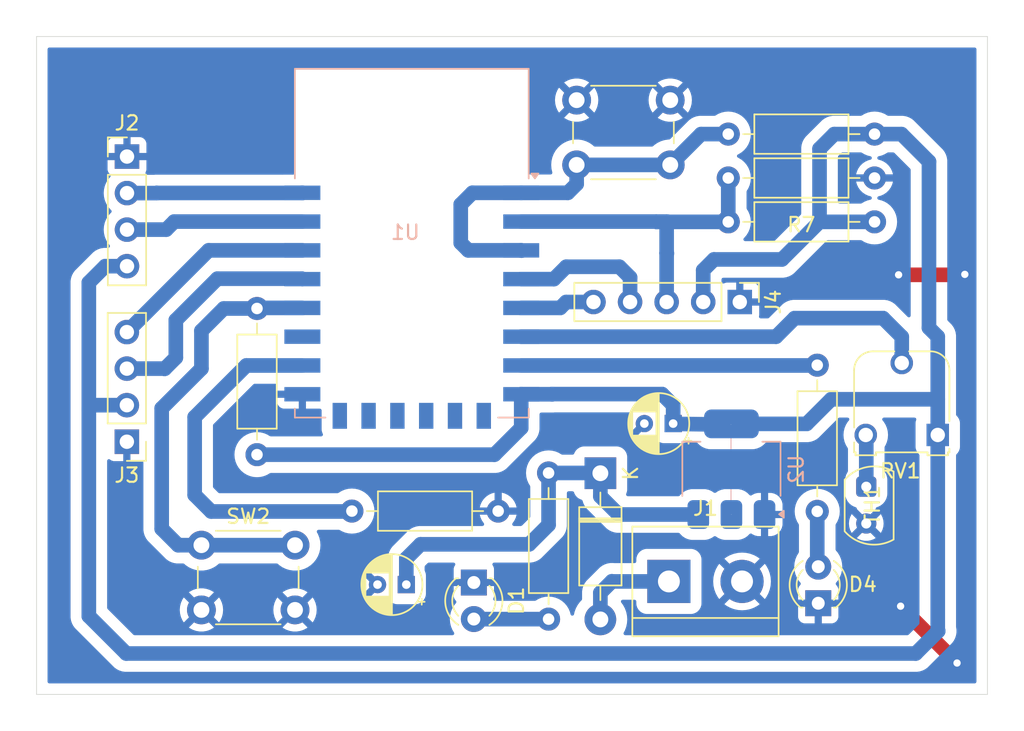
<source format=kicad_pcb>
(kicad_pcb (version 20240108) (generator "pcbnew") (generator_version "8.0")
  (layers (0 "F.Cu" signal) (31 "B.Cu" signal) (34 "B.Paste" user) (35 "F.Paste" user) (36 "B.SilkS" user "B.Silkscreen") (37 "F.SilkS" user "F.Silkscreen") (38 "B.Mask" user) (39 "F.Mask" user) (44 "Edge.Cuts" user))
  (net 0 "")
  (net 1 "GND")
  (net 2 "+3.3V")
  (net 3 "Net-(D2-K)")
  (net 4 "Net-(D1-A)")
  (net 5 "Net-(D2-A)")
  (net 6 "/LO+")
  (net 7 "Net-(D4-A)")
  (net 8 "/TXD")
  (net 9 "/RXD")
  (net 10 "/SDA")
  (net 11 "/SCL")
  (net 12 "Net-(SW1A-B)")
  (net 13 "Net-(U1-GPIO15)")
  (net 14 "Net-(SW2A-A)")
  (net 15 "/ecg_analog")
  (net 16 "Net-(U1-GPIO13)")
  (net 20 "/LO-")
  (net 22 "Net-(RV1-Pad3)")
  (net 26 "Net-(U1-GPIO12)")
  (footprint "Resistor_THT:R_Axial_DIN0207_L6.3mm_D2.5mm_P10.16mm_Horizontal" (layer "F.Cu") (at 175.04 55.04 180)
    (property "Reference" "R2" (hide yes))
    (property "Value" "10k")
    (pad "1" thru_hole circle (at 0 0 180) (size 1.6 1.6) (drill 0.8) (layers "*.Cu" "*.Mask") (net 2 "+3.3V"))
    (pad "2" thru_hole oval (at 10.16 0 180) (size 1.6 1.6) (drill 0.8) (layers "*.Cu" "*.Mask") (net 12 "Net-(SW1A-B)"))
  )
  (footprint "Resistor_THT:R_Axial_DIN0207_L6.3mm_D2.5mm_P10.16mm_Horizontal" (layer "F.Cu") (at 175.04 61.14 180)
    (property "Reference" "R7" (at 5.09 -0.2 180) (layer "F.SilkS"))
    (property "Value" "47k")
    (pad "1" thru_hole circle (at 0 0 180) (size 1.6 1.6) (drill 0.8) (layers "*.Cu" "*.Mask") (net 2 "+3.3V"))
    (pad "2" thru_hole oval (at 10.16 0 180) (size 1.6 1.6) (drill 0.8) (layers "*.Cu" "*.Mask") (net 15 "/ecg_analog"))
  )
  (footprint "Resistor_THT:R_Axial_DIN0207_L6.3mm_D2.5mm_P10.16mm_Horizontal" (layer "F.Cu") (at 171.06 81.26 90)
    (property "Reference" "R6" (hide yes))
    (property "Value" "100")
    (pad "1" thru_hole circle (at 0 0 90) (size 1.6 1.6) (drill 0.8) (layers "*.Cu" "*.Mask") (net 7 "Net-(D4-A)"))
    (pad "2" thru_hole oval (at 10.16 0 90) (size 1.6 1.6) (drill 0.8) (layers "*.Cu" "*.Mask") (net 16 "Net-(U1-GPIO13)"))
  )
  (footprint "Resistor_THT:R_Axial_DIN0207_L6.3mm_D2.5mm_P10.16mm_Horizontal" (layer "F.Cu") (at 132.15 77.32 90)
    (property "Reference" "R4" (hide yes))
    (property "Value" "10k")
    (pad "1" thru_hole circle (at 0 0 90) (size 1.6 1.6) (drill 0.8) (layers "*.Cu" "*.Mask") (net 2 "+3.3V"))
    (pad "2" thru_hole oval (at 10.16 0 90) (size 1.6 1.6) (drill 0.8) (layers "*.Cu" "*.Mask") (net 14 "Net-(SW2A-A)"))
  )
  (footprint "Diode_THT:D_DO-41_SOD81_P10.16mm_Horizontal" (layer "F.Cu") (at 155.9975 78.61 -90)
    (property "Reference" "D2" (hide yes))
    (property "Value" "1N4001")
    (fp_text user "K" (at 0 -2.1 90) (layer "F.SilkS"))
    (pad "1" thru_hole rect (at 0 0 270) (size 2.2 2.2) (drill 1.1) (layers "*.Cu" "*.Mask") (net 3 "Net-(D2-K)"))
    (pad "2" thru_hole oval (at 10.16 0 270) (size 2.2 2.2) (drill 1.1) (layers "*.Cu" "*.Mask") (net 5 "Net-(D2-A)"))
  )
  (footprint "OptoDevice:Osram_SFH225" (layer "F.Cu") (at 174.465 79.545 -90)
    (property "Reference" "TH1" (at 1.28 -0.43 -90) (layer "F.SilkS"))
    (property "Value" "Thermistor")
    (pad "1" thru_hole roundrect (at 0 0 270) (size 1.4 1.4) (drill 0.7) (layers "*.Cu" "*.Mask") (roundrect_rratio 0.178) (net 22 "Net-(RV1-Pad3)"))
    (pad "2" thru_hole circle (at 2.56 0 270) (size 1.4 1.4) (drill 0.7) (layers "*.Cu" "*.Mask") (net 1 "GND"))
  )
  (footprint "LED_THT:LED_D3.0mm_Clear" (layer "F.Cu") (at 147.21 86.205 -90)
    (property "Reference" "D1" (at 1.27 -2.96 90) (layer "F.SilkS"))
    (property "Value" "LED")
    (pad "1" thru_hole rect (at 0 0 270) (size 1.8 1.8) (drill 0.9) (layers "*.Cu" "*.Mask") (net 1 "GND"))
    (pad "2" thru_hole circle (at 2.54 0 270) (size 1.8 1.8) (drill 0.9) (layers "*.Cu" "*.Mask") (net 4 "Net-(D1-A)"))
  )
  (footprint "Resistor_THT:R_Axial_DIN0207_L6.3mm_D2.5mm_P10.16mm_Horizontal" (layer "F.Cu") (at 138.74 81.24)
    (property "Reference" "R3" (hide yes))
    (property "Value" "10k")
    (pad "1" thru_hole circle (at 0 0) (size 1.6 1.6) (drill 0.8) (layers "*.Cu" "*.Mask") (net 13 "Net-(U1-GPIO15)"))
    (pad "2" thru_hole oval (at 10.16 0) (size 1.6 1.6) (drill 0.8) (layers "*.Cu" "*.Mask") (net 1 "GND"))
  )
  (footprint "Resistor_THT:R_Axial_DIN0207_L6.3mm_D2.5mm_P10.16mm_Horizontal" (layer "F.Cu") (at 164.88 58.09)
    (property "Reference" "R5" (hide yes))
    (property "Value" "20k")
    (pad "1" thru_hole circle (at 0 0) (size 1.6 1.6) (drill 0.8) (layers "*.Cu" "*.Mask") (net 15 "/ecg_analog"))
    (pad "2" thru_hole oval (at 10.16 0) (size 1.6 1.6) (drill 0.8) (layers "*.Cu" "*.Mask") (net 1 "GND"))
  )
  (footprint "LED_THT:LED_D3.0mm_Clear" (layer "F.Cu") (at 171.13 87.645 90)
    (property "Reference" "D4" (at 1.305 3.09 0) (layer "F.SilkS"))
    (property "Value" "Red")
    (pad "1" thru_hole rect (at 0 0 90) (size 1.8 1.8) (drill 0.9) (layers "*.Cu" "*.Mask") (net 1 "GND"))
    (pad "2" thru_hole circle (at 2.54 0 90) (size 1.8 1.8) (drill 0.9) (layers "*.Cu" "*.Mask") (net 7 "Net-(D4-A)"))
  )
  (footprint "Connector_PinHeader_2.54mm:PinHeader_1x04_P2.54mm_Vertical" (layer "F.Cu") (at 123.12 56.6)
    (property "Reference" "J2" (at 0 -2.33 0) (layer "F.SilkS"))
    (property "Value" "Programer")
    (pad "1" thru_hole rect (at 0 0) (size 1.7 1.7) (drill 1) (layers "*.Cu" "*.Mask") (net 1 "GND"))
    (pad "2" thru_hole oval (at 0 2.54) (size 1.7 1.7) (drill 1) (layers "*.Cu" "*.Mask") (net 8 "/TXD"))
    (pad "3" thru_hole oval (at 0 5.08) (size 1.7 1.7) (drill 1) (layers "*.Cu" "*.Mask") (net 9 "/RXD"))
    (pad "4" thru_hole oval (at 0 7.62) (size 1.7 1.7) (drill 1) (layers "*.Cu" "*.Mask") (net 2 "+3.3V"))
  )
  (footprint "Resistor_THT:R_Axial_DIN0207_L6.3mm_D2.5mm_P10.16mm_Horizontal" (layer "F.Cu") (at 152.4 78.59 -90)
    (property "Reference" "R1" (hide yes))
    (property "Value" "200")
    (pad "1" thru_hole circle (at 0 0 270) (size 1.6 1.6) (drill 0.8) (layers "*.Cu" "*.Mask") (net 3 "Net-(D2-K)"))
    (pad "2" thru_hole oval (at 10.16 0 270) (size 1.6 1.6) (drill 0.8) (layers "*.Cu" "*.Mask") (net 4 "Net-(D1-A)"))
  )
  (footprint "TerminalBlock:TerminalBlock_bornier-2_P5.08mm" (layer "F.Cu") (at 160.7575 86.13)
    (property "Reference" "J1" (at 2.54 -5.08 0) (layer "F.SilkS"))
    (property "Value" "Power")
    (pad "1" thru_hole rect (at 0 0) (size 3 3) (drill 1.52) (layers "*.Cu" "*.Mask") (net 5 "Net-(D2-A)"))
    (pad "2" thru_hole circle (at 5.08 0) (size 3 3) (drill 1.52) (layers "*.Cu" "*.Mask") (net 1 "GND"))
  )
  (footprint "Potentiometer_THT:Potentiometer_Runtron_RM-065_Vertical" (layer "F.Cu") (at 179.43 75.95 180)
    (property "Reference" "RV1" (at 2.6 -2.5 180) (layer "F.SilkS"))
    (property "Value" "20k")
    (pad "1" thru_hole rect (at 0 0 180) (size 1.56 1.56) (drill 1) (layers "*.Cu" "*.Mask") (net 2 "+3.3V"))
    (pad "2" thru_hole circle (at 2.5 5 180) (size 1.56 1.56) (drill 1) (layers "*.Cu" "*.Mask") (net 26 "Net-(U1-GPIO12)"))
    (pad "3" thru_hole circle (at 5 0 180) (size 1.56 1.56) (drill 1) (layers "*.Cu" "*.Mask") (net 22 "Net-(RV1-Pad3)"))
  )
  (footprint "Capacitor_THT:CP_Radial_D4.0mm_P2.00mm" (layer "F.Cu") (at 142.52 86.35 180)
    (property "Reference" "C2" (hide yes))
    (property "Value" "100uF")
    (pad "1" thru_hole rect (at 0 0 180) (size 1.2 1.2) (drill 0.6) (layers "*.Cu" "*.Mask") (net 3 "Net-(D2-K)"))
    (pad "2" thru_hole circle (at 2 0 180) (size 1.2 1.2) (drill 0.6) (layers "*.Cu" "*.Mask") (net 1 "GND"))
  )
  (footprint "Connector_PinHeader_2.54mm:PinHeader_1x05_P2.54mm_Vertical" (layer "F.Cu") (at 165.68 66.71 -90)
    (property "Reference" "J4" (at 0 -2.33 90) (layer "F.SilkS"))
    (property "Value" "ECG sensor")
    (pad "1" thru_hole rect (at 0 0 270) (size 1.7 1.7) (drill 1) (layers "*.Cu" "*.Mask") (net 1 "GND"))
    (pad "2" thru_hole oval (at 0 2.54 270) (size 1.7 1.7) (drill 1) (layers "*.Cu" "*.Mask") (net 2 "+3.3V"))
    (pad "3" thru_hole oval (at 0 5.08 270) (size 1.7 1.7) (drill 1) (layers "*.Cu" "*.Mask") (net 15 "/ecg_analog"))
    (pad "4" thru_hole oval (at 0 7.62 270) (size 1.7 1.7) (drill 1) (layers "*.Cu" "*.Mask") (net 20 "/LO-"))
    (pad "5" thru_hole oval (at 0 10.16 270) (size 1.7 1.7) (drill 1) (layers "*.Cu" "*.Mask") (net 6 "/LO+"))
  )
  (footprint "Connector_PinHeader_2.54mm:PinHeader_1x04_P2.54mm_Vertical" (layer "F.Cu") (at 123.11 76.42 180)
    (property "Reference" "J3" (at 0 -2.33 180) (layer "F.SilkS"))
    (property "Value" "Heartrate sensor")
    (pad "1" thru_hole rect (at 0 0 180) (size 1.7 1.7) (drill 1) (layers "*.Cu" "*.Mask") (net 1 "GND"))
    (pad "2" thru_hole oval (at 0 2.54 180) (size 1.7 1.7) (drill 1) (layers "*.Cu" "*.Mask") (net 2 "+3.3V"))
    (pad "3" thru_hole oval (at 0 5.08 180) (size 1.7 1.7) (drill 1) (layers "*.Cu" "*.Mask") (net 10 "/SDA"))
    (pad "4" thru_hole oval (at 0 7.62 180) (size 1.7 1.7) (drill 1) (layers "*.Cu" "*.Mask") (net 11 "/SCL"))
  )
  (footprint "Button_Switch_THT:SW_PUSH_6mm" (layer "F.Cu") (at 128.29 83.61)
    (property "Reference" "SW2" (at 3.25 -2 0) (layer "F.SilkS"))
    (property "Value" "Mode")
    (pad "1" thru_hole circle (at 0 0 90) (size 2 2) (drill 1.1) (layers "*.Cu" "*.Mask") (net 14 "Net-(SW2A-A)"))
    (pad "1" thru_hole circle (at 6.5 0 90) (size 2 2) (drill 1.1) (layers "*.Cu" "*.Mask") (net 14 "Net-(SW2A-A)"))
    (pad "2" thru_hole circle (at 0 4.5 90) (size 2 2) (drill 1.1) (layers "*.Cu" "*.Mask") (net 1 "GND"))
    (pad "2" thru_hole circle (at 6.5 4.5 90) (size 2 2) (drill 1.1) (layers "*.Cu" "*.Mask") (net 1 "GND"))
  )
  (footprint "Button_Switch_THT:SW_PUSH_6mm" (layer "F.Cu") (at 154.35 52.68)
    (property "Reference" "SW1" (hide yes))
    (property "Value" "Reset")
    (pad "1" thru_hole circle (at 0 0 90) (size 2 2) (drill 1.1) (layers "*.Cu" "*.Mask") (net 1 "GND"))
    (pad "1" thru_hole circle (at 6.5 0 90) (size 2 2) (drill 1.1) (layers "*.Cu" "*.Mask") (net 1 "GND"))
    (pad "2" thru_hole circle (at 0 4.5 90) (size 2 2) (drill 1.1) (layers "*.Cu" "*.Mask") (net 12 "Net-(SW1A-B)"))
    (pad "2" thru_hole circle (at 6.5 4.5 90) (size 2 2) (drill 1.1) (layers "*.Cu" "*.Mask") (net 12 "Net-(SW1A-B)"))
  )
  (footprint "Capacitor_THT:CP_Radial_D4.0mm_P2.00mm" (layer "F.Cu") (at 161.0526 75.16 180)
    (property "Reference" "C1" (hide yes))
    (property "Value" "10uF")
    (pad "1" thru_hole rect (at 0 0 180) (size 1.2 1.2) (drill 0.6) (layers "*.Cu" "*.Mask") (net 2 "+3.3V"))
    (pad "2" thru_hole circle (at 2 0 180) (size 1.2 1.2) (drill 0.6) (layers "*.Cu" "*.Mask") (net 1 "GND"))
  )
  (footprint "Package_TO_SOT_SMD:SOT-223-3_TabPin2" (layer "B.Cu") (at 165.1 78.33 90)
    (property "Reference" "U2" (at 0 4.5 -90) (layer "B.SilkS") (effects (justify mirror)))
    (property "Value" "AMS1117-3.3")
    (pad "1" smd roundrect (at -3.15 2.3 90) (size 2 1.5) (layers "B.Cu" "B.Paste" "B.Mask") (net 1 "GND"))
    (pad "2" smd roundrect (at -3.15 0 90) (size 2 1.5) (layers "B.Cu" "B.Paste" "B.Mask") (net 2 "+3.3V"))
    (pad "2" smd roundrect (at 3.15 0 90) (size 2 3.8) (layers "B.Cu" "B.Paste" "B.Mask") (net 2 "+3.3V"))
    (pad "3" smd roundrect (at -3.15 -2.3 90) (size 2 1.5) (layers "B.Cu" "B.Paste" "B.Mask") (net 3 "Net-(D2-K)"))
  )
  (footprint "RF_Module:ESP-12E" (layer "B.Cu") (at 142.9 62.62 180)
    (property "Reference" "U1" (at 0.45 0.75 180) (layer "B.SilkS") (effects (justify mirror)))
    (property "Value" "ESP-12E")
    (pad "1" smd rect (at -7.6 3.5 180) (size 2.5 1) (layers "B.Cu" "B.Paste" "B.Mask") (net 12 "Net-(SW1A-B)"))
    (pad "2" smd rect (at -7.6 1.5 180) (size 2.5 1) (layers "B.Cu" "B.Paste" "B.Mask") (net 15 "/ecg_analog"))
    (pad "3" smd rect (at -7.6 -0.5 180) (size 2.5 1) (layers "B.Cu" "B.Paste" "B.Mask") (net 12 "Net-(SW1A-B)"))
    (pad "4" smd rect (at -7.6 -2.5 180) (size 2.5 1) (layers "B.Cu" "B.Paste" "B.Mask") (net 20 "/LO-"))
    (pad "5" smd rect (at -7.6 -4.5 180) (size 2.5 1) (layers "B.Cu" "B.Paste" "B.Mask") (net 6 "/LO+"))
    (pad "6" smd rect (at -7.6 -6.5 180) (size 2.5 1) (layers "B.Cu" "B.Paste" "B.Mask") (net 26 "Net-(U1-GPIO12)"))
    (pad "7" smd rect (at -7.6 -8.5 180) (size 2.5 1) (layers "B.Cu" "B.Paste" "B.Mask") (net 16 "Net-(U1-GPIO13)"))
    (pad "8" smd rect (at -7.6 -10.5 180) (size 2.5 1) (layers "B.Cu" "B.Paste" "B.Mask") (net 2 "+3.3V"))
    (pad "9" smd rect (at -5 -12 180) (size 1 1.8) (layers "B.Cu" "B.Paste" "B.Mask"))
    (pad "10" smd rect (at -3 -12 180) (size 1 1.8) (layers "B.Cu" "B.Paste" "B.Mask"))
    (pad "11" smd rect (at -1 -12 180) (size 1 1.8) (layers "B.Cu" "B.Paste" "B.Mask"))
    (pad "12" smd rect (at 1 -12 180) (size 1 1.8) (layers "B.Cu" "B.Paste" "B.Mask"))
    (pad "13" smd rect (at 3 -12 180) (size 1 1.8) (layers "B.Cu" "B.Paste" "B.Mask"))
    (pad "14" smd rect (at 5 -12 180) (size 1 1.8) (layers "B.Cu" "B.Paste" "B.Mask"))
    (pad "15" smd rect (at 7.6 -10.5 180) (size 2.5 1) (layers "B.Cu" "B.Paste" "B.Mask") (net 1 "GND"))
    (pad "16" smd rect (at 7.6 -8.5 180) (size 2.5 1) (layers "B.Cu" "B.Paste" "B.Mask") (net 13 "Net-(U1-GPIO15)"))
    (pad "17" smd rect (at 7.6 -6.5 180) (size 2.5 1) (layers "B.Cu" "B.Paste" "B.Mask"))
    (pad "18" smd rect (at 7.6 -4.5 180) (size 2.5 1) (layers "B.Cu" "B.Paste" "B.Mask") (net 14 "Net-(SW2A-A)"))
    (pad "19" smd rect (at 7.6 -2.5 180) (size 2.5 1) (layers "B.Cu" "B.Paste" "B.Mask") (net 10 "/SDA"))
    (pad "20" smd rect (at 7.6 -0.5 180) (size 2.5 1) (layers "B.Cu" "B.Paste" "B.Mask") (net 11 "/SCL"))
    (pad "21" smd rect (at 7.6 1.5 180) (size 2.5 1) (layers "B.Cu" "B.Paste" "B.Mask") (net 9 "/RXD"))
    (pad "22" smd rect (at 7.6 3.5 180) (size 2.5 1) (layers "B.Cu" "B.Paste" "B.Mask") (net 8 "/TXD"))
    (zone (net 0) (net_name "") (layers "*.Cu") (connect_pads (clearance 0)) (min_thickness 0.254)
      (keepout (tracks not_allowed) (vias not_allowed) (pads not_allowed) (copperpour not_allowed) (footprints not_allowed))
      (fill (thermal_gap 0.508) (thermal_bridge_width 0.508))
      (polygon (pts (xy 151.02 57.82) (xy 134.78 57.82) (xy 134.78 50.5) (xy 151.02 50.5)))
    )
  )
  (gr_line (start 116.84 93.98) (end 116.84 48.26) (stroke (width 0.05)) (layer "Edge.Cuts"))
  (gr_line (start 182.88 48.26) (end 182.88 93.98) (stroke (width 0.05)) (layer "Edge.Cuts"))
  (gr_line (start 116.84 48.26) (end 182.88 48.26) (stroke (width 0.05)) (layer "Edge.Cuts"))
  (gr_line (start 182.88 93.98) (end 116.84 93.98) (stroke (width 0.05)) (layer "Edge.Cuts"))
  (segment (start 176.71 64.82) (end 181.28 64.82) (width 1.016) (layer "F.Cu") (net 1))
  (segment (start 181.28 64.82) (end 181.31 64.79) (width 1.016) (layer "F.Cu") (net 1))
  (segment (start 176.85 87.85) (end 176.85 87.88) (width 1.016) (layer "F.Cu") (net 1))
  (segment (start 176.85 87.88) (end 180.77 91.8) (width 1.016) (layer "F.Cu") (net 1))
  (via (at 181.31 64.79) (size 1.524) (drill 0.508) (layers "F.Cu" "B.Cu") (net 1))
  (via (at 180.77 91.8) (size 1.524) (drill 0.508) (layers "F.Cu" "B.Cu") (net 1))
  (via (at 176.71 64.82) (size 1.524) (drill 0.508) (layers "F.Cu" "B.Cu") (net 1))
  (via (at 176.85 87.85) (size 1.524) (drill 0.508) (layers "F.Cu" "B.Cu") (net 1))
  (segment (start 165.1 81.48) (end 165.07 81.45) (width 0.0254) (layer "F.Cu") (net 2))
  (segment (start 165.07 81.45) (end 165.07 75.23) (width 0.0254) (layer "F.Cu") (net 2))
  (via (at 165.07 75.23) (size 0.0508) (drill 0.0254) (layers "F.Cu" "B.Cu") (net 2))
  (via (at 165.1 81.48) (size 0.0508) (drill 0.0254) (layers "F.Cu" "B.Cu") (net 2))
  (segment (start 163.14 66.71) (end 163.14 64.5) (width 1.016) (layer "B.Cu") (net 2))
  (segment (start 171.22 61.14) (end 175.04 61.14) (width 1.016) (layer "B.Cu") (net 2))
  (segment (start 163.89 63.75) (end 168.61 63.75) (width 1.016) (layer "B.Cu") (net 2))
  (segment (start 168.61 63.75) (end 171.22 61.14) (width 1.016) (layer "B.Cu") (net 2))
  (segment (start 120.47 65.36) (end 120.47 74.17) (width 1.016) (layer "B.Cu") (net 2))
  (segment (start 148.64 77.32) (end 150.5 75.46) (width 1.016) (layer "B.Cu") (net 2))
  (segment (start 123.12 64.22) (end 121.61 64.22) (width 1.016) (layer "B.Cu") (net 2))
  (segment (start 176.91 55.04) (end 175.04 55.04) (width 1.016) (layer "B.Cu") (net 2))
  (segment (start 178.82 56.95) (end 176.91 55.04) (width 1.016) (layer "B.Cu") (net 2))
  (segment (start 161.0726 75.18) (end 161.0526 75.16) (width 1.016) (layer "B.Cu") (net 2))
  (segment (start 160.28 73.11) (end 152.66 73.11) (width 1.016) (layer "B.Cu") (net 2))
  (segment (start 120.76 73.88) (end 123.11 73.88) (width 1.016) (layer "B.Cu") (net 2))
  (segment (start 179.43 75.95) (end 179.43 69.115528) (width 1.016) (layer "B.Cu") (net 2))
  (segment (start 165.1 75.18) (end 165.07 75.23) (width 1.016) (layer "B.Cu") (net 2))
  (segment (start 165.1 75.18) (end 170.32 75.18) (width 1.016) (layer "B.Cu") (net 2))
  (segment (start 152.66 73.11) (end 152.65 73.12) (width 1.016) (layer "B.Cu") (net 2))
  (segment (start 163.14 64.5) (end 163.89 63.75) (width 1.016) (layer "B.Cu") (net 2))
  (segment (start 179.43 69.115528) (end 178.82 68.505528) (width 1.016) (layer "B.Cu") (net 2))
  (segment (start 177.9 91.14) (end 179.46 89.58) (width 1.016) (layer "B.Cu") (net 2))
  (segment (start 123.07 91.14) (end 177.9 91.14) (width 1.016) (layer "B.Cu") (net 2))
  (segment (start 179.46 89.58) (end 179.43 89.55) (width 1.016) (layer "B.Cu") (net 2))
  (segment (start 132.15 77.32) (end 148.64 77.32) (width 1.016) (layer "B.Cu") (net 2))
  (segment (start 175.04 55.04) (end 172.24 55.04) (width 1.016) (layer "B.Cu") (net 2))
  (segment (start 179.42 73.47) (end 179.43 73.46) (width 1.016) (layer "B.Cu") (net 2))
  (segment (start 165.07 75.23) (end 161.0726 75.18) (width 1.016) (layer "B.Cu") (net 2))
  (segment (start 150.5 75.46) (end 150.5 73.12) (width 1.016) (layer "B.Cu") (net 2))
  (segment (start 120.47 74.17) (end 120.76 73.88) (width 1.016) (layer "B.Cu") (net 2))
  (segment (start 161.0526 73.8826) (end 160.28 73.11) (width 1.016) (layer "B.Cu") (net 2))
  (segment (start 171.22 56.06) (end 171.22 61.14) (width 1.016) (layer "B.Cu") (net 2))
  (segment (start 152.65 73.12) (end 150.5 73.12) (width 1.016) (layer "B.Cu") (net 2))
  (segment (start 170.32 75.18) (end 172.03 73.47) (width 1.016) (layer "B.Cu") (net 2))
  (segment (start 121.61 64.22) (end 120.47 65.36) (width 1.016) (layer "B.Cu") (net 2))
  (segment (start 179.43 89.55) (end 179.43 75.95) (width 1.016) (layer "B.Cu") (net 2))
  (segment (start 178.82 68.505528) (end 178.82 56.95) (width 1.016) (layer "B.Cu") (net 2))
  (segment (start 120.47 88.54) (end 123.07 91.14) (width 1.016) (layer "B.Cu") (net 2))
  (segment (start 172.24 55.04) (end 171.22 56.06) (width 1.016) (layer "B.Cu") (net 2))
  (segment (start 120.47 74.17) (end 120.47 88.54) (width 1.016) (layer "B.Cu") (net 2))
  (segment (start 161.0526 75.16) (end 161.0526 73.8826) (width 1.016) (layer "B.Cu") (net 2))
  (segment (start 172.03 73.47) (end 179.42 73.47) (width 1.016) (layer "B.Cu") (net 2))
  (segment (start 151.05 83.55) (end 143.51 83.55) (width 1.016) (layer "B.Cu") (net 3))
  (segment (start 152.4 78.59) (end 152.4 82.2) (width 1.016) (layer "B.Cu") (net 3))
  (segment (start 157.26 81.48) (end 162.8 81.48) (width 1.016) (layer "B.Cu") (net 3))
  (segment (start 155.9975 80.2175) (end 157.26 81.48) (width 1.016) (layer "B.Cu") (net 3))
  (segment (start 155.9975 78.61) (end 155.9975 80.2175) (width 1.016) (layer "B.Cu") (net 3))
  (segment (start 156.0526 78.5549) (end 155.9975 78.61) (width 1.016) (layer "B.Cu") (net 3))
  (segment (start 155.9775 78.59) (end 155.9975 78.61) (width 1.016) (layer "B.Cu") (net 3))
  (segment (start 152.4 78.59) (end 155.9775 78.59) (width 1.016) (layer "B.Cu") (net 3))
  (segment (start 143.51 83.55) (end 142.52 84.54) (width 1.016) (layer "B.Cu") (net 3))
  (segment (start 152.4 82.2) (end 151.05 83.55) (width 1.016) (layer "B.Cu") (net 3))
  (segment (start 142.52 84.54) (end 142.52 86.35) (width 1.016) (layer "B.Cu") (net 3))
  (segment (start 147.215 88.75) (end 147.21 88.745) (width 1.016) (layer "B.Cu") (net 4))
  (segment (start 152.4 88.75) (end 147.215 88.75) (width 1.016) (layer "B.Cu") (net 4))
  (segment (start 156.81 86.13) (end 160.7575 86.13) (width 1.016) (layer "B.Cu") (net 5))
  (segment (start 155.9975 86.9225) (end 156.8 86.12) (width 1.016) (layer "B.Cu") (net 5))
  (segment (start 155.9975 88.77) (end 155.9975 86.9225) (width 1.016) (layer "B.Cu") (net 5))
  (segment (start 156.8 86.12) (end 156.81 86.13) (width 1.016) (layer "B.Cu") (net 5))
  (segment (start 153.21 67.12) (end 153.62 66.71) (width 1.016) (layer "B.Cu") (net 6))
  (segment (start 150.5 67.12) (end 153.21 67.12) (width 1.016) (layer "B.Cu") (net 6))
  (segment (start 153.62 66.71) (end 155.52 66.71) (width 1.016) (layer "B.Cu") (net 6))
  (segment (start 171.06 85.035) (end 171.13 85.105) (width 1.016) (layer "B.Cu") (net 7))
  (segment (start 171.06 81.26) (end 171.06 85.035) (width 1.016) (layer "B.Cu") (net 7))
  (segment (start 171.13 81.33) (end 171.06 81.26) (width 1.016) (layer "B.Cu") (net 7))
  (segment (start 125.18 59.13) (end 135.29 59.13) (width 1.016) (layer "B.Cu") (net 8))
  (segment (start 125.18 59.13) (end 125.17 59.14) (width 1.016) (layer "B.Cu") (net 8))
  (segment (start 125.17 59.14) (end 123.12 59.14) (width 1.016) (layer "B.Cu") (net 8))
  (segment (start 135.29 59.13) (end 135.3 59.12) (width 1.016) (layer "B.Cu") (net 8))
  (segment (start 125.84 61.68) (end 123.12 61.68) (width 1.016) (layer "B.Cu") (net 9))
  (segment (start 135.3 61.12) (end 126.4 61.12) (width 1.016) (layer "B.Cu") (net 9))
  (segment (start 126.4 61.12) (end 125.84 61.68) (width 1.016) (layer "B.Cu") (net 9))
  (segment (start 135.3 65.12) (end 135.27 65.09) (width 1.016) (layer "B.Cu") (net 10))
  (segment (start 135.27 65.09) (end 129.395528 65.09) (width 1.016) (layer "B.Cu") (net 10))
  (segment (start 129.395528 65.09) (end 126.512 67.973528) (width 1.016) (layer "B.Cu") (net 10))
  (segment (start 126.512 67.973528) (end 126.512 70.578) (width 1.016) (layer "B.Cu") (net 10))
  (segment (start 125.74 71.35) (end 125.73 71.34) (width 1.016) (layer "B.Cu") (net 10))
  (segment (start 125.73 71.34) (end 123.11 71.34) (width 1.016) (layer "B.Cu") (net 10))
  (segment (start 126.512 70.578) (end 125.74 71.35) (width 1.016) (layer "B.Cu") (net 10))
  (segment (start 128.79 63.12) (end 123.11 68.8) (width 1.016) (layer "B.Cu") (net 11))
  (segment (start 135.3 63.12) (end 128.79 63.12) (width 1.016) (layer "B.Cu") (net 11))
  (segment (start 146.3 62.6) (end 146.82 63.12) (width 1.016) (layer "B.Cu") (net 12))
  (segment (start 150.5 59.12) (end 147.11 59.12) (width 1.016) (layer "B.Cu") (net 12))
  (segment (start 164.88 55.04) (end 162.99 55.04) (width 1.016) (layer "B.Cu") (net 12))
  (segment (start 146.82 63.12) (end 150.5 63.12) (width 1.016) (layer "B.Cu") (net 12))
  (segment (start 154.35 57.18) (end 160.85 57.18) (width 1.016) (layer "B.Cu") (net 12))
  (segment (start 153.74 59.12) (end 154.35 58.51) (width 1.016) (layer "B.Cu") (net 12))
  (segment (start 146.3 59.93) (end 146.3 62.6) (width 1.016) (layer "B.Cu") (net 12))
  (segment (start 150.5 59.12) (end 153.74 59.12) (width 1.016) (layer "B.Cu") (net 12))
  (segment (start 154.35 58.51) (end 154.35 57.18) (width 1.016) (layer "B.Cu") (net 12))
  (segment (start 162.99 55.04) (end 160.85 57.18) (width 1.016) (layer "B.Cu") (net 12))
  (segment (start 150.52 63.14) (end 150.5 63.12) (width 1.016) (layer "B.Cu") (net 12))
  (segment (start 147.11 59.12) (end 146.3 59.93) (width 1.016) (layer "B.Cu") (net 12))
  (segment (start 131.41 71.12) (end 135.3 71.12) (width 1.016) (layer "B.Cu") (net 13))
  (segment (start 138.71 81.27) (end 128.97 81.27) (width 1.016) (layer "B.Cu") (net 13))
  (segment (start 127.82 80.12) (end 127.82 74.71) (width 1.016) (layer "B.Cu") (net 13))
  (segment (start 127.82 74.71) (end 131.41 71.12) (width 1.016) (layer "B.Cu") (net 13))
  (segment (start 138.74 81.24) (end 138.71 81.27) (width 1.016) (layer "B.Cu") (net 13))
  (segment (start 128.97 81.27) (end 127.82 80.12) (width 1.016) (layer "B.Cu") (net 13))
  (segment (start 135.3 67.12) (end 132.19 67.12) (width 1.016) (layer "B.Cu") (net 14))
  (segment (start 125.53 74.1) (end 128.29 71.34) (width 1.016) (layer "B.Cu") (net 14))
  (segment (start 126.67 83.61) (end 125.53 82.47) (width 1.016) (layer "B.Cu") (net 14))
  (segment (start 125.53 82.47) (end 125.53 74.1) (width 1.016) (layer "B.Cu") (net 14))
  (segment (start 128.29 83.61) (end 126.67 83.61) (width 1.016) (layer "B.Cu") (net 14))
  (segment (start 132.19 67.12) (end 132.15 67.16) (width 1.016) (layer "B.Cu") (net 14))
  (segment (start 129.84 67.16) (end 132.15 67.16) (width 1.016) (layer "B.Cu") (net 14))
  (segment (start 128.29 71.34) (end 128.29 68.71) (width 1.016) (layer "B.Cu") (net 14))
  (segment (start 128.29 68.71) (end 129.84 67.16) (width 1.016) (layer "B.Cu") (net 14))
  (segment (start 134.79 83.61) (end 128.29 83.61) (width 1.016) (layer "B.Cu") (net 14))
  (segment (start 164.88 58.09) (end 164.88 61.14) (width 1.016) (layer "B.Cu") (net 15))
  (segment (start 160.62 63.33) (end 160.6 63.31) (width 1.016) (layer "B.Cu") (net 15))
  (segment (start 160.6 61.12) (end 159.88 61.12) (width 1.016) (layer "B.Cu") (net 15))
  (segment (start 160.6 63.31) (end 160.6 61.12) (width 1.016) (layer "B.Cu") (net 15))
  (segment (start 164.88 61.14) (end 159.9 61.14) (width 1.016) (layer "B.Cu") (net 15))
  (segment (start 159.88 61.12) (end 150.5 61.12) (width 1.016) (layer "B.Cu") (net 15))
  (segment (start 160.6 66.71) (end 160.6 63.31) (width 1.016) (layer "B.Cu") (net 15))
  (segment (start 159.9 61.14) (end 159.88 61.12) (width 1.016) (layer "B.Cu") (net 15))
  (segment (start 171.04 71.12) (end 171.06 71.1) (width 1.016) (layer "B.Cu") (net 16))
  (segment (start 150.5 71.12) (end 171.04 71.12) (width 1.016) (layer "B.Cu") (net 16))
  (segment (start 157.32 64.26) (end 158.06 65) (width 1.016) (layer "B.Cu") (net 20))
  (segment (start 158.06 65) (end 158.06 66.71) (width 1.016) (layer "B.Cu") (net 20))
  (segment (start 152.766 65.12) (end 153.626 64.26) (width 1.016) (layer "B.Cu") (net 20))
  (segment (start 153.626 64.26) (end 157.32 64.26) (width 1.016) (layer "B.Cu") (net 20))
  (segment (start 150.5 65.12) (end 152.766 65.12) (width 1.016) (layer "B.Cu") (net 20))
  (segment (start 174.465 79.545) (end 174.465 75.985) (width 1.016) (layer "B.Cu") (net 22))
  (segment (start 174.465 75.985) (end 174.43 75.95) (width 1.016) (layer "B.Cu") (net 22))
  (segment (start 168.2 69.12) (end 169.49 67.83) (width 1.016) (layer "B.Cu") (net 26))
  (segment (start 150.5 69.12) (end 168.2 69.12) (width 1.016) (layer "B.Cu") (net 26))
  (segment (start 176.93 70.95) (end 176.93 69.13) (width 1.016) (layer "B.Cu") (net 26))
  (segment (start 169.49 67.83) (end 175.63 67.83) (width 1.016) (layer "B.Cu") (net 26))
  (segment (start 175.63 67.83) (end 176.93 69.13) (width 1.016) (layer "B.Cu") (net 26))
  (zone (net 1) (net_name "GND") (layer "B.Cu") (connect_pads (clearance 0.5)) (min_thickness 0.25) (fill yes (thermal_gap 0.5) (thermal_bridge_width 0.5))
    (polygon (pts (xy 114.3 45.72) (xy 185.42 45.72) (xy 185.42 96.52) (xy 114.3 96.52)))
  )
)
</source>
